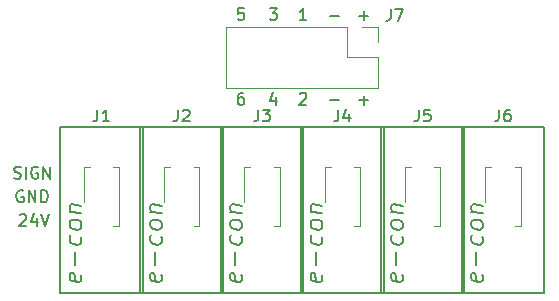
<source format=gbr>
%TF.GenerationSoftware,KiCad,Pcbnew,8.0.5*%
%TF.CreationDate,2025-06-04T17:28:06+09:00*%
%TF.ProjectId,e-con_hub,652d636f-6e5f-4687-9562-2e6b69636164,rev?*%
%TF.SameCoordinates,Original*%
%TF.FileFunction,Legend,Top*%
%TF.FilePolarity,Positive*%
%FSLAX46Y46*%
G04 Gerber Fmt 4.6, Leading zero omitted, Abs format (unit mm)*
G04 Created by KiCad (PCBNEW 8.0.5) date 2025-06-04 17:28:06*
%MOMM*%
%LPD*%
G01*
G04 APERTURE LIST*
%ADD10C,0.150000*%
%ADD11C,0.100000*%
%ADD12C,0.200000*%
%ADD13C,0.120000*%
G04 APERTURE END LIST*
D10*
X130115602Y-97742200D02*
X130258459Y-97789819D01*
X130258459Y-97789819D02*
X130496554Y-97789819D01*
X130496554Y-97789819D02*
X130591792Y-97742200D01*
X130591792Y-97742200D02*
X130639411Y-97694580D01*
X130639411Y-97694580D02*
X130687030Y-97599342D01*
X130687030Y-97599342D02*
X130687030Y-97504104D01*
X130687030Y-97504104D02*
X130639411Y-97408866D01*
X130639411Y-97408866D02*
X130591792Y-97361247D01*
X130591792Y-97361247D02*
X130496554Y-97313628D01*
X130496554Y-97313628D02*
X130306078Y-97266009D01*
X130306078Y-97266009D02*
X130210840Y-97218390D01*
X130210840Y-97218390D02*
X130163221Y-97170771D01*
X130163221Y-97170771D02*
X130115602Y-97075533D01*
X130115602Y-97075533D02*
X130115602Y-96980295D01*
X130115602Y-96980295D02*
X130163221Y-96885057D01*
X130163221Y-96885057D02*
X130210840Y-96837438D01*
X130210840Y-96837438D02*
X130306078Y-96789819D01*
X130306078Y-96789819D02*
X130544173Y-96789819D01*
X130544173Y-96789819D02*
X130687030Y-96837438D01*
X131115602Y-97789819D02*
X131115602Y-96789819D01*
X132115601Y-96837438D02*
X132020363Y-96789819D01*
X132020363Y-96789819D02*
X131877506Y-96789819D01*
X131877506Y-96789819D02*
X131734649Y-96837438D01*
X131734649Y-96837438D02*
X131639411Y-96932676D01*
X131639411Y-96932676D02*
X131591792Y-97027914D01*
X131591792Y-97027914D02*
X131544173Y-97218390D01*
X131544173Y-97218390D02*
X131544173Y-97361247D01*
X131544173Y-97361247D02*
X131591792Y-97551723D01*
X131591792Y-97551723D02*
X131639411Y-97646961D01*
X131639411Y-97646961D02*
X131734649Y-97742200D01*
X131734649Y-97742200D02*
X131877506Y-97789819D01*
X131877506Y-97789819D02*
X131972744Y-97789819D01*
X131972744Y-97789819D02*
X132115601Y-97742200D01*
X132115601Y-97742200D02*
X132163220Y-97694580D01*
X132163220Y-97694580D02*
X132163220Y-97361247D01*
X132163220Y-97361247D02*
X131972744Y-97361247D01*
X132591792Y-97789819D02*
X132591792Y-96789819D01*
X132591792Y-96789819D02*
X133163220Y-97789819D01*
X133163220Y-97789819D02*
X133163220Y-96789819D01*
X130865601Y-98837438D02*
X130770363Y-98789819D01*
X130770363Y-98789819D02*
X130627506Y-98789819D01*
X130627506Y-98789819D02*
X130484649Y-98837438D01*
X130484649Y-98837438D02*
X130389411Y-98932676D01*
X130389411Y-98932676D02*
X130341792Y-99027914D01*
X130341792Y-99027914D02*
X130294173Y-99218390D01*
X130294173Y-99218390D02*
X130294173Y-99361247D01*
X130294173Y-99361247D02*
X130341792Y-99551723D01*
X130341792Y-99551723D02*
X130389411Y-99646961D01*
X130389411Y-99646961D02*
X130484649Y-99742200D01*
X130484649Y-99742200D02*
X130627506Y-99789819D01*
X130627506Y-99789819D02*
X130722744Y-99789819D01*
X130722744Y-99789819D02*
X130865601Y-99742200D01*
X130865601Y-99742200D02*
X130913220Y-99694580D01*
X130913220Y-99694580D02*
X130913220Y-99361247D01*
X130913220Y-99361247D02*
X130722744Y-99361247D01*
X131341792Y-99789819D02*
X131341792Y-98789819D01*
X131341792Y-98789819D02*
X131913220Y-99789819D01*
X131913220Y-99789819D02*
X131913220Y-98789819D01*
X132389411Y-99789819D02*
X132389411Y-98789819D01*
X132389411Y-98789819D02*
X132627506Y-98789819D01*
X132627506Y-98789819D02*
X132770363Y-98837438D01*
X132770363Y-98837438D02*
X132865601Y-98932676D01*
X132865601Y-98932676D02*
X132913220Y-99027914D01*
X132913220Y-99027914D02*
X132960839Y-99218390D01*
X132960839Y-99218390D02*
X132960839Y-99361247D01*
X132960839Y-99361247D02*
X132913220Y-99551723D01*
X132913220Y-99551723D02*
X132865601Y-99646961D01*
X132865601Y-99646961D02*
X132770363Y-99742200D01*
X132770363Y-99742200D02*
X132627506Y-99789819D01*
X132627506Y-99789819D02*
X132389411Y-99789819D01*
X130579887Y-100885057D02*
X130627506Y-100837438D01*
X130627506Y-100837438D02*
X130722744Y-100789819D01*
X130722744Y-100789819D02*
X130960839Y-100789819D01*
X130960839Y-100789819D02*
X131056077Y-100837438D01*
X131056077Y-100837438D02*
X131103696Y-100885057D01*
X131103696Y-100885057D02*
X131151315Y-100980295D01*
X131151315Y-100980295D02*
X131151315Y-101075533D01*
X131151315Y-101075533D02*
X131103696Y-101218390D01*
X131103696Y-101218390D02*
X130532268Y-101789819D01*
X130532268Y-101789819D02*
X131151315Y-101789819D01*
X132008458Y-101123152D02*
X132008458Y-101789819D01*
X131770363Y-100742200D02*
X131532268Y-101456485D01*
X131532268Y-101456485D02*
X132151315Y-101456485D01*
X132389411Y-100789819D02*
X132722744Y-101789819D01*
X132722744Y-101789819D02*
X133056077Y-100789819D01*
X159336779Y-83988866D02*
X160098684Y-83988866D01*
X159717731Y-84369819D02*
X159717731Y-83607914D01*
X159336779Y-91158866D02*
X160098684Y-91158866D01*
X159717731Y-91539819D02*
X159717731Y-90777914D01*
X156836779Y-83988866D02*
X157598684Y-83988866D01*
X156836779Y-91158866D02*
X157598684Y-91158866D01*
X154860588Y-84369819D02*
X154289160Y-84369819D01*
X154574874Y-84369819D02*
X154574874Y-83369819D01*
X154574874Y-83369819D02*
X154479636Y-83512676D01*
X154479636Y-83512676D02*
X154384398Y-83607914D01*
X154384398Y-83607914D02*
X154289160Y-83655533D01*
X154289160Y-90635057D02*
X154336779Y-90587438D01*
X154336779Y-90587438D02*
X154432017Y-90539819D01*
X154432017Y-90539819D02*
X154670112Y-90539819D01*
X154670112Y-90539819D02*
X154765350Y-90587438D01*
X154765350Y-90587438D02*
X154812969Y-90635057D01*
X154812969Y-90635057D02*
X154860588Y-90730295D01*
X154860588Y-90730295D02*
X154860588Y-90825533D01*
X154860588Y-90825533D02*
X154812969Y-90968390D01*
X154812969Y-90968390D02*
X154241541Y-91539819D01*
X154241541Y-91539819D02*
X154860588Y-91539819D01*
X151741541Y-83369819D02*
X152360588Y-83369819D01*
X152360588Y-83369819D02*
X152027255Y-83750771D01*
X152027255Y-83750771D02*
X152170112Y-83750771D01*
X152170112Y-83750771D02*
X152265350Y-83798390D01*
X152265350Y-83798390D02*
X152312969Y-83846009D01*
X152312969Y-83846009D02*
X152360588Y-83941247D01*
X152360588Y-83941247D02*
X152360588Y-84179342D01*
X152360588Y-84179342D02*
X152312969Y-84274580D01*
X152312969Y-84274580D02*
X152265350Y-84322200D01*
X152265350Y-84322200D02*
X152170112Y-84369819D01*
X152170112Y-84369819D02*
X151884398Y-84369819D01*
X151884398Y-84369819D02*
X151789160Y-84322200D01*
X151789160Y-84322200D02*
X151741541Y-84274580D01*
X152265350Y-90873152D02*
X152265350Y-91539819D01*
X152027255Y-90492200D02*
X151789160Y-91206485D01*
X151789160Y-91206485D02*
X152408207Y-91206485D01*
X149562969Y-83369819D02*
X149086779Y-83369819D01*
X149086779Y-83369819D02*
X149039160Y-83846009D01*
X149039160Y-83846009D02*
X149086779Y-83798390D01*
X149086779Y-83798390D02*
X149182017Y-83750771D01*
X149182017Y-83750771D02*
X149420112Y-83750771D01*
X149420112Y-83750771D02*
X149515350Y-83798390D01*
X149515350Y-83798390D02*
X149562969Y-83846009D01*
X149562969Y-83846009D02*
X149610588Y-83941247D01*
X149610588Y-83941247D02*
X149610588Y-84179342D01*
X149610588Y-84179342D02*
X149562969Y-84274580D01*
X149562969Y-84274580D02*
X149515350Y-84322200D01*
X149515350Y-84322200D02*
X149420112Y-84369819D01*
X149420112Y-84369819D02*
X149182017Y-84369819D01*
X149182017Y-84369819D02*
X149086779Y-84322200D01*
X149086779Y-84322200D02*
X149039160Y-84274580D01*
X149515350Y-90539819D02*
X149324874Y-90539819D01*
X149324874Y-90539819D02*
X149229636Y-90587438D01*
X149229636Y-90587438D02*
X149182017Y-90635057D01*
X149182017Y-90635057D02*
X149086779Y-90777914D01*
X149086779Y-90777914D02*
X149039160Y-90968390D01*
X149039160Y-90968390D02*
X149039160Y-91349342D01*
X149039160Y-91349342D02*
X149086779Y-91444580D01*
X149086779Y-91444580D02*
X149134398Y-91492200D01*
X149134398Y-91492200D02*
X149229636Y-91539819D01*
X149229636Y-91539819D02*
X149420112Y-91539819D01*
X149420112Y-91539819D02*
X149515350Y-91492200D01*
X149515350Y-91492200D02*
X149562969Y-91444580D01*
X149562969Y-91444580D02*
X149610588Y-91349342D01*
X149610588Y-91349342D02*
X149610588Y-91111247D01*
X149610588Y-91111247D02*
X149562969Y-91016009D01*
X149562969Y-91016009D02*
X149515350Y-90968390D01*
X149515350Y-90968390D02*
X149420112Y-90920771D01*
X149420112Y-90920771D02*
X149229636Y-90920771D01*
X149229636Y-90920771D02*
X149134398Y-90968390D01*
X149134398Y-90968390D02*
X149086779Y-91016009D01*
X149086779Y-91016009D02*
X149039160Y-91111247D01*
X171166666Y-91954819D02*
X171166666Y-92669104D01*
X171166666Y-92669104D02*
X171119047Y-92811961D01*
X171119047Y-92811961D02*
X171023809Y-92907200D01*
X171023809Y-92907200D02*
X170880952Y-92954819D01*
X170880952Y-92954819D02*
X170785714Y-92954819D01*
X172071428Y-91954819D02*
X171880952Y-91954819D01*
X171880952Y-91954819D02*
X171785714Y-92002438D01*
X171785714Y-92002438D02*
X171738095Y-92050057D01*
X171738095Y-92050057D02*
X171642857Y-92192914D01*
X171642857Y-92192914D02*
X171595238Y-92383390D01*
X171595238Y-92383390D02*
X171595238Y-92764342D01*
X171595238Y-92764342D02*
X171642857Y-92859580D01*
X171642857Y-92859580D02*
X171690476Y-92907200D01*
X171690476Y-92907200D02*
X171785714Y-92954819D01*
X171785714Y-92954819D02*
X171976190Y-92954819D01*
X171976190Y-92954819D02*
X172071428Y-92907200D01*
X172071428Y-92907200D02*
X172119047Y-92859580D01*
X172119047Y-92859580D02*
X172166666Y-92764342D01*
X172166666Y-92764342D02*
X172166666Y-92526247D01*
X172166666Y-92526247D02*
X172119047Y-92431009D01*
X172119047Y-92431009D02*
X172071428Y-92383390D01*
X172071428Y-92383390D02*
X171976190Y-92335771D01*
X171976190Y-92335771D02*
X171785714Y-92335771D01*
X171785714Y-92335771D02*
X171690476Y-92383390D01*
X171690476Y-92383390D02*
X171642857Y-92431009D01*
X171642857Y-92431009D02*
X171595238Y-92526247D01*
X169737200Y-105922744D02*
X169808628Y-106074530D01*
X169808628Y-106074530D02*
X169808628Y-106360244D01*
X169808628Y-106360244D02*
X169737200Y-106494173D01*
X169737200Y-106494173D02*
X169594342Y-106547744D01*
X169594342Y-106547744D02*
X169022914Y-106476316D01*
X169022914Y-106476316D02*
X168880057Y-106387030D01*
X168880057Y-106387030D02*
X168808628Y-106235244D01*
X168808628Y-106235244D02*
X168808628Y-105949530D01*
X168808628Y-105949530D02*
X168880057Y-105815601D01*
X168880057Y-105815601D02*
X169022914Y-105762030D01*
X169022914Y-105762030D02*
X169165771Y-105779887D01*
X169165771Y-105779887D02*
X169308628Y-106512030D01*
X169237200Y-105145959D02*
X169237200Y-104003102D01*
X169737200Y-102708459D02*
X169808628Y-102860244D01*
X169808628Y-102860244D02*
X169808628Y-103145959D01*
X169808628Y-103145959D02*
X169737200Y-103279887D01*
X169737200Y-103279887D02*
X169665771Y-103342387D01*
X169665771Y-103342387D02*
X169522914Y-103395959D01*
X169522914Y-103395959D02*
X169094342Y-103342387D01*
X169094342Y-103342387D02*
X168951485Y-103253101D01*
X168951485Y-103253101D02*
X168880057Y-103172744D01*
X168880057Y-103172744D02*
X168808628Y-103020959D01*
X168808628Y-103020959D02*
X168808628Y-102735244D01*
X168808628Y-102735244D02*
X168880057Y-102601316D01*
X169808628Y-101860245D02*
X169737200Y-101994173D01*
X169737200Y-101994173D02*
X169665771Y-102056673D01*
X169665771Y-102056673D02*
X169522914Y-102110245D01*
X169522914Y-102110245D02*
X169094342Y-102056673D01*
X169094342Y-102056673D02*
X168951485Y-101967387D01*
X168951485Y-101967387D02*
X168880057Y-101887030D01*
X168880057Y-101887030D02*
X168808628Y-101735245D01*
X168808628Y-101735245D02*
X168808628Y-101520959D01*
X168808628Y-101520959D02*
X168880057Y-101387030D01*
X168880057Y-101387030D02*
X168951485Y-101324530D01*
X168951485Y-101324530D02*
X169094342Y-101270959D01*
X169094342Y-101270959D02*
X169522914Y-101324530D01*
X169522914Y-101324530D02*
X169665771Y-101413816D01*
X169665771Y-101413816D02*
X169737200Y-101494173D01*
X169737200Y-101494173D02*
X169808628Y-101645959D01*
X169808628Y-101645959D02*
X169808628Y-101860245D01*
X168808628Y-100592387D02*
X169808628Y-100717387D01*
X168951485Y-100610244D02*
X168880057Y-100529887D01*
X168880057Y-100529887D02*
X168808628Y-100378102D01*
X168808628Y-100378102D02*
X168808628Y-100163816D01*
X168808628Y-100163816D02*
X168880057Y-100029887D01*
X168880057Y-100029887D02*
X169022914Y-99976316D01*
X169022914Y-99976316D02*
X169808628Y-100074530D01*
X164366666Y-91954819D02*
X164366666Y-92669104D01*
X164366666Y-92669104D02*
X164319047Y-92811961D01*
X164319047Y-92811961D02*
X164223809Y-92907200D01*
X164223809Y-92907200D02*
X164080952Y-92954819D01*
X164080952Y-92954819D02*
X163985714Y-92954819D01*
X165319047Y-91954819D02*
X164842857Y-91954819D01*
X164842857Y-91954819D02*
X164795238Y-92431009D01*
X164795238Y-92431009D02*
X164842857Y-92383390D01*
X164842857Y-92383390D02*
X164938095Y-92335771D01*
X164938095Y-92335771D02*
X165176190Y-92335771D01*
X165176190Y-92335771D02*
X165271428Y-92383390D01*
X165271428Y-92383390D02*
X165319047Y-92431009D01*
X165319047Y-92431009D02*
X165366666Y-92526247D01*
X165366666Y-92526247D02*
X165366666Y-92764342D01*
X165366666Y-92764342D02*
X165319047Y-92859580D01*
X165319047Y-92859580D02*
X165271428Y-92907200D01*
X165271428Y-92907200D02*
X165176190Y-92954819D01*
X165176190Y-92954819D02*
X164938095Y-92954819D01*
X164938095Y-92954819D02*
X164842857Y-92907200D01*
X164842857Y-92907200D02*
X164795238Y-92859580D01*
X162937200Y-105922744D02*
X163008628Y-106074530D01*
X163008628Y-106074530D02*
X163008628Y-106360244D01*
X163008628Y-106360244D02*
X162937200Y-106494173D01*
X162937200Y-106494173D02*
X162794342Y-106547744D01*
X162794342Y-106547744D02*
X162222914Y-106476316D01*
X162222914Y-106476316D02*
X162080057Y-106387030D01*
X162080057Y-106387030D02*
X162008628Y-106235244D01*
X162008628Y-106235244D02*
X162008628Y-105949530D01*
X162008628Y-105949530D02*
X162080057Y-105815601D01*
X162080057Y-105815601D02*
X162222914Y-105762030D01*
X162222914Y-105762030D02*
X162365771Y-105779887D01*
X162365771Y-105779887D02*
X162508628Y-106512030D01*
X162437200Y-105145959D02*
X162437200Y-104003102D01*
X162937200Y-102708459D02*
X163008628Y-102860244D01*
X163008628Y-102860244D02*
X163008628Y-103145959D01*
X163008628Y-103145959D02*
X162937200Y-103279887D01*
X162937200Y-103279887D02*
X162865771Y-103342387D01*
X162865771Y-103342387D02*
X162722914Y-103395959D01*
X162722914Y-103395959D02*
X162294342Y-103342387D01*
X162294342Y-103342387D02*
X162151485Y-103253101D01*
X162151485Y-103253101D02*
X162080057Y-103172744D01*
X162080057Y-103172744D02*
X162008628Y-103020959D01*
X162008628Y-103020959D02*
X162008628Y-102735244D01*
X162008628Y-102735244D02*
X162080057Y-102601316D01*
X163008628Y-101860245D02*
X162937200Y-101994173D01*
X162937200Y-101994173D02*
X162865771Y-102056673D01*
X162865771Y-102056673D02*
X162722914Y-102110245D01*
X162722914Y-102110245D02*
X162294342Y-102056673D01*
X162294342Y-102056673D02*
X162151485Y-101967387D01*
X162151485Y-101967387D02*
X162080057Y-101887030D01*
X162080057Y-101887030D02*
X162008628Y-101735245D01*
X162008628Y-101735245D02*
X162008628Y-101520959D01*
X162008628Y-101520959D02*
X162080057Y-101387030D01*
X162080057Y-101387030D02*
X162151485Y-101324530D01*
X162151485Y-101324530D02*
X162294342Y-101270959D01*
X162294342Y-101270959D02*
X162722914Y-101324530D01*
X162722914Y-101324530D02*
X162865771Y-101413816D01*
X162865771Y-101413816D02*
X162937200Y-101494173D01*
X162937200Y-101494173D02*
X163008628Y-101645959D01*
X163008628Y-101645959D02*
X163008628Y-101860245D01*
X162008628Y-100592387D02*
X163008628Y-100717387D01*
X162151485Y-100610244D02*
X162080057Y-100529887D01*
X162080057Y-100529887D02*
X162008628Y-100378102D01*
X162008628Y-100378102D02*
X162008628Y-100163816D01*
X162008628Y-100163816D02*
X162080057Y-100029887D01*
X162080057Y-100029887D02*
X162222914Y-99976316D01*
X162222914Y-99976316D02*
X163008628Y-100074530D01*
X157566666Y-91954819D02*
X157566666Y-92669104D01*
X157566666Y-92669104D02*
X157519047Y-92811961D01*
X157519047Y-92811961D02*
X157423809Y-92907200D01*
X157423809Y-92907200D02*
X157280952Y-92954819D01*
X157280952Y-92954819D02*
X157185714Y-92954819D01*
X158471428Y-92288152D02*
X158471428Y-92954819D01*
X158233333Y-91907200D02*
X157995238Y-92621485D01*
X157995238Y-92621485D02*
X158614285Y-92621485D01*
X156137200Y-105922744D02*
X156208628Y-106074530D01*
X156208628Y-106074530D02*
X156208628Y-106360244D01*
X156208628Y-106360244D02*
X156137200Y-106494173D01*
X156137200Y-106494173D02*
X155994342Y-106547744D01*
X155994342Y-106547744D02*
X155422914Y-106476316D01*
X155422914Y-106476316D02*
X155280057Y-106387030D01*
X155280057Y-106387030D02*
X155208628Y-106235244D01*
X155208628Y-106235244D02*
X155208628Y-105949530D01*
X155208628Y-105949530D02*
X155280057Y-105815601D01*
X155280057Y-105815601D02*
X155422914Y-105762030D01*
X155422914Y-105762030D02*
X155565771Y-105779887D01*
X155565771Y-105779887D02*
X155708628Y-106512030D01*
X155637200Y-105145959D02*
X155637200Y-104003102D01*
X156137200Y-102708459D02*
X156208628Y-102860244D01*
X156208628Y-102860244D02*
X156208628Y-103145959D01*
X156208628Y-103145959D02*
X156137200Y-103279887D01*
X156137200Y-103279887D02*
X156065771Y-103342387D01*
X156065771Y-103342387D02*
X155922914Y-103395959D01*
X155922914Y-103395959D02*
X155494342Y-103342387D01*
X155494342Y-103342387D02*
X155351485Y-103253101D01*
X155351485Y-103253101D02*
X155280057Y-103172744D01*
X155280057Y-103172744D02*
X155208628Y-103020959D01*
X155208628Y-103020959D02*
X155208628Y-102735244D01*
X155208628Y-102735244D02*
X155280057Y-102601316D01*
X156208628Y-101860245D02*
X156137200Y-101994173D01*
X156137200Y-101994173D02*
X156065771Y-102056673D01*
X156065771Y-102056673D02*
X155922914Y-102110245D01*
X155922914Y-102110245D02*
X155494342Y-102056673D01*
X155494342Y-102056673D02*
X155351485Y-101967387D01*
X155351485Y-101967387D02*
X155280057Y-101887030D01*
X155280057Y-101887030D02*
X155208628Y-101735245D01*
X155208628Y-101735245D02*
X155208628Y-101520959D01*
X155208628Y-101520959D02*
X155280057Y-101387030D01*
X155280057Y-101387030D02*
X155351485Y-101324530D01*
X155351485Y-101324530D02*
X155494342Y-101270959D01*
X155494342Y-101270959D02*
X155922914Y-101324530D01*
X155922914Y-101324530D02*
X156065771Y-101413816D01*
X156065771Y-101413816D02*
X156137200Y-101494173D01*
X156137200Y-101494173D02*
X156208628Y-101645959D01*
X156208628Y-101645959D02*
X156208628Y-101860245D01*
X155208628Y-100592387D02*
X156208628Y-100717387D01*
X155351485Y-100610244D02*
X155280057Y-100529887D01*
X155280057Y-100529887D02*
X155208628Y-100378102D01*
X155208628Y-100378102D02*
X155208628Y-100163816D01*
X155208628Y-100163816D02*
X155280057Y-100029887D01*
X155280057Y-100029887D02*
X155422914Y-99976316D01*
X155422914Y-99976316D02*
X156208628Y-100074530D01*
X150766666Y-91954819D02*
X150766666Y-92669104D01*
X150766666Y-92669104D02*
X150719047Y-92811961D01*
X150719047Y-92811961D02*
X150623809Y-92907200D01*
X150623809Y-92907200D02*
X150480952Y-92954819D01*
X150480952Y-92954819D02*
X150385714Y-92954819D01*
X151147619Y-91954819D02*
X151766666Y-91954819D01*
X151766666Y-91954819D02*
X151433333Y-92335771D01*
X151433333Y-92335771D02*
X151576190Y-92335771D01*
X151576190Y-92335771D02*
X151671428Y-92383390D01*
X151671428Y-92383390D02*
X151719047Y-92431009D01*
X151719047Y-92431009D02*
X151766666Y-92526247D01*
X151766666Y-92526247D02*
X151766666Y-92764342D01*
X151766666Y-92764342D02*
X151719047Y-92859580D01*
X151719047Y-92859580D02*
X151671428Y-92907200D01*
X151671428Y-92907200D02*
X151576190Y-92954819D01*
X151576190Y-92954819D02*
X151290476Y-92954819D01*
X151290476Y-92954819D02*
X151195238Y-92907200D01*
X151195238Y-92907200D02*
X151147619Y-92859580D01*
X149337200Y-105922744D02*
X149408628Y-106074530D01*
X149408628Y-106074530D02*
X149408628Y-106360244D01*
X149408628Y-106360244D02*
X149337200Y-106494173D01*
X149337200Y-106494173D02*
X149194342Y-106547744D01*
X149194342Y-106547744D02*
X148622914Y-106476316D01*
X148622914Y-106476316D02*
X148480057Y-106387030D01*
X148480057Y-106387030D02*
X148408628Y-106235244D01*
X148408628Y-106235244D02*
X148408628Y-105949530D01*
X148408628Y-105949530D02*
X148480057Y-105815601D01*
X148480057Y-105815601D02*
X148622914Y-105762030D01*
X148622914Y-105762030D02*
X148765771Y-105779887D01*
X148765771Y-105779887D02*
X148908628Y-106512030D01*
X148837200Y-105145959D02*
X148837200Y-104003102D01*
X149337200Y-102708459D02*
X149408628Y-102860244D01*
X149408628Y-102860244D02*
X149408628Y-103145959D01*
X149408628Y-103145959D02*
X149337200Y-103279887D01*
X149337200Y-103279887D02*
X149265771Y-103342387D01*
X149265771Y-103342387D02*
X149122914Y-103395959D01*
X149122914Y-103395959D02*
X148694342Y-103342387D01*
X148694342Y-103342387D02*
X148551485Y-103253101D01*
X148551485Y-103253101D02*
X148480057Y-103172744D01*
X148480057Y-103172744D02*
X148408628Y-103020959D01*
X148408628Y-103020959D02*
X148408628Y-102735244D01*
X148408628Y-102735244D02*
X148480057Y-102601316D01*
X149408628Y-101860245D02*
X149337200Y-101994173D01*
X149337200Y-101994173D02*
X149265771Y-102056673D01*
X149265771Y-102056673D02*
X149122914Y-102110245D01*
X149122914Y-102110245D02*
X148694342Y-102056673D01*
X148694342Y-102056673D02*
X148551485Y-101967387D01*
X148551485Y-101967387D02*
X148480057Y-101887030D01*
X148480057Y-101887030D02*
X148408628Y-101735245D01*
X148408628Y-101735245D02*
X148408628Y-101520959D01*
X148408628Y-101520959D02*
X148480057Y-101387030D01*
X148480057Y-101387030D02*
X148551485Y-101324530D01*
X148551485Y-101324530D02*
X148694342Y-101270959D01*
X148694342Y-101270959D02*
X149122914Y-101324530D01*
X149122914Y-101324530D02*
X149265771Y-101413816D01*
X149265771Y-101413816D02*
X149337200Y-101494173D01*
X149337200Y-101494173D02*
X149408628Y-101645959D01*
X149408628Y-101645959D02*
X149408628Y-101860245D01*
X148408628Y-100592387D02*
X149408628Y-100717387D01*
X148551485Y-100610244D02*
X148480057Y-100529887D01*
X148480057Y-100529887D02*
X148408628Y-100378102D01*
X148408628Y-100378102D02*
X148408628Y-100163816D01*
X148408628Y-100163816D02*
X148480057Y-100029887D01*
X148480057Y-100029887D02*
X148622914Y-99976316D01*
X148622914Y-99976316D02*
X149408628Y-100074530D01*
X143966666Y-91954819D02*
X143966666Y-92669104D01*
X143966666Y-92669104D02*
X143919047Y-92811961D01*
X143919047Y-92811961D02*
X143823809Y-92907200D01*
X143823809Y-92907200D02*
X143680952Y-92954819D01*
X143680952Y-92954819D02*
X143585714Y-92954819D01*
X144395238Y-92050057D02*
X144442857Y-92002438D01*
X144442857Y-92002438D02*
X144538095Y-91954819D01*
X144538095Y-91954819D02*
X144776190Y-91954819D01*
X144776190Y-91954819D02*
X144871428Y-92002438D01*
X144871428Y-92002438D02*
X144919047Y-92050057D01*
X144919047Y-92050057D02*
X144966666Y-92145295D01*
X144966666Y-92145295D02*
X144966666Y-92240533D01*
X144966666Y-92240533D02*
X144919047Y-92383390D01*
X144919047Y-92383390D02*
X144347619Y-92954819D01*
X144347619Y-92954819D02*
X144966666Y-92954819D01*
X142537200Y-105922744D02*
X142608628Y-106074530D01*
X142608628Y-106074530D02*
X142608628Y-106360244D01*
X142608628Y-106360244D02*
X142537200Y-106494173D01*
X142537200Y-106494173D02*
X142394342Y-106547744D01*
X142394342Y-106547744D02*
X141822914Y-106476316D01*
X141822914Y-106476316D02*
X141680057Y-106387030D01*
X141680057Y-106387030D02*
X141608628Y-106235244D01*
X141608628Y-106235244D02*
X141608628Y-105949530D01*
X141608628Y-105949530D02*
X141680057Y-105815601D01*
X141680057Y-105815601D02*
X141822914Y-105762030D01*
X141822914Y-105762030D02*
X141965771Y-105779887D01*
X141965771Y-105779887D02*
X142108628Y-106512030D01*
X142037200Y-105145959D02*
X142037200Y-104003102D01*
X142537200Y-102708459D02*
X142608628Y-102860244D01*
X142608628Y-102860244D02*
X142608628Y-103145959D01*
X142608628Y-103145959D02*
X142537200Y-103279887D01*
X142537200Y-103279887D02*
X142465771Y-103342387D01*
X142465771Y-103342387D02*
X142322914Y-103395959D01*
X142322914Y-103395959D02*
X141894342Y-103342387D01*
X141894342Y-103342387D02*
X141751485Y-103253101D01*
X141751485Y-103253101D02*
X141680057Y-103172744D01*
X141680057Y-103172744D02*
X141608628Y-103020959D01*
X141608628Y-103020959D02*
X141608628Y-102735244D01*
X141608628Y-102735244D02*
X141680057Y-102601316D01*
X142608628Y-101860245D02*
X142537200Y-101994173D01*
X142537200Y-101994173D02*
X142465771Y-102056673D01*
X142465771Y-102056673D02*
X142322914Y-102110245D01*
X142322914Y-102110245D02*
X141894342Y-102056673D01*
X141894342Y-102056673D02*
X141751485Y-101967387D01*
X141751485Y-101967387D02*
X141680057Y-101887030D01*
X141680057Y-101887030D02*
X141608628Y-101735245D01*
X141608628Y-101735245D02*
X141608628Y-101520959D01*
X141608628Y-101520959D02*
X141680057Y-101387030D01*
X141680057Y-101387030D02*
X141751485Y-101324530D01*
X141751485Y-101324530D02*
X141894342Y-101270959D01*
X141894342Y-101270959D02*
X142322914Y-101324530D01*
X142322914Y-101324530D02*
X142465771Y-101413816D01*
X142465771Y-101413816D02*
X142537200Y-101494173D01*
X142537200Y-101494173D02*
X142608628Y-101645959D01*
X142608628Y-101645959D02*
X142608628Y-101860245D01*
X141608628Y-100592387D02*
X142608628Y-100717387D01*
X141751485Y-100610244D02*
X141680057Y-100529887D01*
X141680057Y-100529887D02*
X141608628Y-100378102D01*
X141608628Y-100378102D02*
X141608628Y-100163816D01*
X141608628Y-100163816D02*
X141680057Y-100029887D01*
X141680057Y-100029887D02*
X141822914Y-99976316D01*
X141822914Y-99976316D02*
X142608628Y-100074530D01*
X137166666Y-91954819D02*
X137166666Y-92669104D01*
X137166666Y-92669104D02*
X137119047Y-92811961D01*
X137119047Y-92811961D02*
X137023809Y-92907200D01*
X137023809Y-92907200D02*
X136880952Y-92954819D01*
X136880952Y-92954819D02*
X136785714Y-92954819D01*
X138166666Y-92954819D02*
X137595238Y-92954819D01*
X137880952Y-92954819D02*
X137880952Y-91954819D01*
X137880952Y-91954819D02*
X137785714Y-92097676D01*
X137785714Y-92097676D02*
X137690476Y-92192914D01*
X137690476Y-92192914D02*
X137595238Y-92240533D01*
X135737200Y-105922744D02*
X135808628Y-106074530D01*
X135808628Y-106074530D02*
X135808628Y-106360244D01*
X135808628Y-106360244D02*
X135737200Y-106494173D01*
X135737200Y-106494173D02*
X135594342Y-106547744D01*
X135594342Y-106547744D02*
X135022914Y-106476316D01*
X135022914Y-106476316D02*
X134880057Y-106387030D01*
X134880057Y-106387030D02*
X134808628Y-106235244D01*
X134808628Y-106235244D02*
X134808628Y-105949530D01*
X134808628Y-105949530D02*
X134880057Y-105815601D01*
X134880057Y-105815601D02*
X135022914Y-105762030D01*
X135022914Y-105762030D02*
X135165771Y-105779887D01*
X135165771Y-105779887D02*
X135308628Y-106512030D01*
X135237200Y-105145959D02*
X135237200Y-104003102D01*
X135737200Y-102708459D02*
X135808628Y-102860244D01*
X135808628Y-102860244D02*
X135808628Y-103145959D01*
X135808628Y-103145959D02*
X135737200Y-103279887D01*
X135737200Y-103279887D02*
X135665771Y-103342387D01*
X135665771Y-103342387D02*
X135522914Y-103395959D01*
X135522914Y-103395959D02*
X135094342Y-103342387D01*
X135094342Y-103342387D02*
X134951485Y-103253101D01*
X134951485Y-103253101D02*
X134880057Y-103172744D01*
X134880057Y-103172744D02*
X134808628Y-103020959D01*
X134808628Y-103020959D02*
X134808628Y-102735244D01*
X134808628Y-102735244D02*
X134880057Y-102601316D01*
X135808628Y-101860245D02*
X135737200Y-101994173D01*
X135737200Y-101994173D02*
X135665771Y-102056673D01*
X135665771Y-102056673D02*
X135522914Y-102110245D01*
X135522914Y-102110245D02*
X135094342Y-102056673D01*
X135094342Y-102056673D02*
X134951485Y-101967387D01*
X134951485Y-101967387D02*
X134880057Y-101887030D01*
X134880057Y-101887030D02*
X134808628Y-101735245D01*
X134808628Y-101735245D02*
X134808628Y-101520959D01*
X134808628Y-101520959D02*
X134880057Y-101387030D01*
X134880057Y-101387030D02*
X134951485Y-101324530D01*
X134951485Y-101324530D02*
X135094342Y-101270959D01*
X135094342Y-101270959D02*
X135522914Y-101324530D01*
X135522914Y-101324530D02*
X135665771Y-101413816D01*
X135665771Y-101413816D02*
X135737200Y-101494173D01*
X135737200Y-101494173D02*
X135808628Y-101645959D01*
X135808628Y-101645959D02*
X135808628Y-101860245D01*
X134808628Y-100592387D02*
X135808628Y-100717387D01*
X134951485Y-100610244D02*
X134880057Y-100529887D01*
X134880057Y-100529887D02*
X134808628Y-100378102D01*
X134808628Y-100378102D02*
X134808628Y-100163816D01*
X134808628Y-100163816D02*
X134880057Y-100029887D01*
X134880057Y-100029887D02*
X135022914Y-99976316D01*
X135022914Y-99976316D02*
X135808628Y-100074530D01*
X161996666Y-83454819D02*
X161996666Y-84169104D01*
X161996666Y-84169104D02*
X161949047Y-84311961D01*
X161949047Y-84311961D02*
X161853809Y-84407200D01*
X161853809Y-84407200D02*
X161710952Y-84454819D01*
X161710952Y-84454819D02*
X161615714Y-84454819D01*
X162377619Y-83454819D02*
X163044285Y-83454819D01*
X163044285Y-83454819D02*
X162615714Y-84454819D01*
D11*
%TO.C,J6*%
X170000000Y-96800000D02*
X170000000Y-99800000D01*
X170500000Y-96800000D02*
X170000000Y-96800000D01*
X172500000Y-96800000D02*
X173000000Y-96800000D01*
X173000000Y-96800000D02*
X173000000Y-101800000D01*
X173000000Y-101800000D02*
X172500000Y-101800000D01*
D12*
X168000000Y-93450000D02*
X175000000Y-93450000D01*
X175000000Y-107450000D01*
X168000000Y-107450000D01*
X168000000Y-93450000D01*
D11*
%TO.C,J5*%
X163200000Y-96800000D02*
X163200000Y-99800000D01*
X163700000Y-96800000D02*
X163200000Y-96800000D01*
X165700000Y-96800000D02*
X166200000Y-96800000D01*
X166200000Y-96800000D02*
X166200000Y-101800000D01*
X166200000Y-101800000D02*
X165700000Y-101800000D01*
D12*
X161200000Y-93450000D02*
X168200000Y-93450000D01*
X168200000Y-107450000D01*
X161200000Y-107450000D01*
X161200000Y-93450000D01*
D11*
%TO.C,J4*%
X156400000Y-96800000D02*
X156400000Y-99800000D01*
X156900000Y-96800000D02*
X156400000Y-96800000D01*
X158900000Y-96800000D02*
X159400000Y-96800000D01*
X159400000Y-96800000D02*
X159400000Y-101800000D01*
X159400000Y-101800000D02*
X158900000Y-101800000D01*
D12*
X154400000Y-93450000D02*
X161400000Y-93450000D01*
X161400000Y-107450000D01*
X154400000Y-107450000D01*
X154400000Y-93450000D01*
D11*
%TO.C,J3*%
X149600000Y-96800000D02*
X149600000Y-99800000D01*
X150100000Y-96800000D02*
X149600000Y-96800000D01*
X152100000Y-96800000D02*
X152600000Y-96800000D01*
X152600000Y-96800000D02*
X152600000Y-101800000D01*
X152600000Y-101800000D02*
X152100000Y-101800000D01*
D12*
X147600000Y-93450000D02*
X154600000Y-93450000D01*
X154600000Y-107450000D01*
X147600000Y-107450000D01*
X147600000Y-93450000D01*
D11*
%TO.C,J2*%
X142800000Y-96800000D02*
X142800000Y-99800000D01*
X143300000Y-96800000D02*
X142800000Y-96800000D01*
X145300000Y-96800000D02*
X145800000Y-96800000D01*
X145800000Y-96800000D02*
X145800000Y-101800000D01*
X145800000Y-101800000D02*
X145300000Y-101800000D01*
D12*
X140800000Y-93450000D02*
X147800000Y-93450000D01*
X147800000Y-107450000D01*
X140800000Y-107450000D01*
X140800000Y-93450000D01*
D11*
%TO.C,J1*%
X136000000Y-96800000D02*
X136000000Y-99800000D01*
X136500000Y-96800000D02*
X136000000Y-96800000D01*
X138500000Y-96800000D02*
X139000000Y-96800000D01*
X139000000Y-96800000D02*
X139000000Y-101800000D01*
X139000000Y-101800000D02*
X138500000Y-101800000D01*
D12*
X134000000Y-93450000D02*
X141000000Y-93450000D01*
X141000000Y-107450000D01*
X134000000Y-107450000D01*
X134000000Y-93450000D01*
D13*
%TO.C,J7*%
X160910000Y-84920000D02*
X160910000Y-86250000D01*
X159580000Y-84920000D02*
X160910000Y-84920000D01*
X158310000Y-84920000D02*
X148090000Y-84920000D01*
X158310000Y-84920000D02*
X158310000Y-87520000D01*
X148090000Y-84920000D02*
X148090000Y-90120000D01*
X160910000Y-87520000D02*
X160910000Y-90120000D01*
X158310000Y-87520000D02*
X160910000Y-87520000D01*
X160910000Y-90120000D02*
X148090000Y-90120000D01*
%TD*%
M02*

</source>
